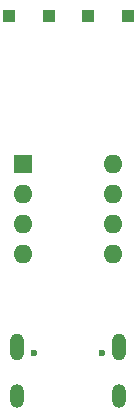
<source format=gbr>
%TF.GenerationSoftware,KiCad,Pcbnew,7.0.9*%
%TF.CreationDate,2024-01-13T12:42:42+01:00*%
%TF.ProjectId,attiny85_programmer,61747469-6e79-4383-955f-70726f677261,rev?*%
%TF.SameCoordinates,Original*%
%TF.FileFunction,Soldermask,Bot*%
%TF.FilePolarity,Negative*%
%FSLAX46Y46*%
G04 Gerber Fmt 4.6, Leading zero omitted, Abs format (unit mm)*
G04 Created by KiCad (PCBNEW 7.0.9) date 2024-01-13 12:42:42*
%MOMM*%
%LPD*%
G01*
G04 APERTURE LIST*
%ADD10R,1.600000X1.600000*%
%ADD11O,1.600000X1.600000*%
%ADD12C,0.600000*%
%ADD13O,1.200000X2.300000*%
%ADD14O,1.200000X2.000000*%
%ADD15R,1.000000X1.000000*%
G04 APERTURE END LIST*
D10*
%TO.C,U2*%
X134700000Y-82450000D03*
D11*
X134700000Y-84990000D03*
X134700000Y-87530000D03*
X134700000Y-90070000D03*
X142320000Y-90070000D03*
X142320000Y-87530000D03*
X142320000Y-84990000D03*
X142320000Y-82450000D03*
%TD*%
D12*
%TO.C,P1*%
X135610000Y-98385000D03*
X141390000Y-98385000D03*
D13*
X134175000Y-97885000D03*
D14*
X134175000Y-102085000D03*
D13*
X142825000Y-97885000D03*
D14*
X142825000Y-102085000D03*
%TD*%
D15*
%TO.C,H4*%
X133507343Y-69902442D03*
%TD*%
%TO.C,H3*%
X136857343Y-69902442D03*
%TD*%
%TO.C,H2*%
X140207343Y-69902442D03*
%TD*%
%TO.C,H1*%
X143557343Y-69902442D03*
%TD*%
M02*

</source>
